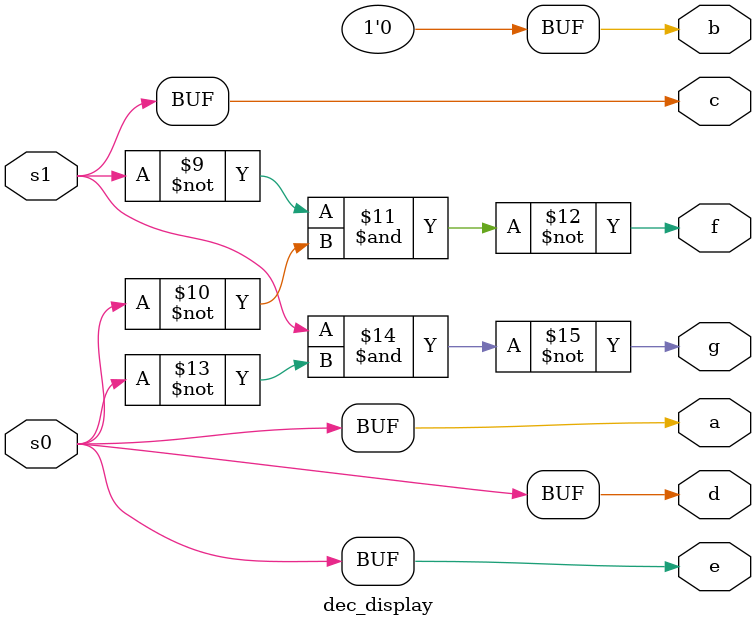
<source format=v>
module dec_display(s0, s1, a, b, c, d, e, f, g);
	input s0, s1;
	output a, b, c, d, e, f, g;
	
	assign a = ~(~s0);
	assign b = 0;
	assign c = ~(~s1);
	assign d = ~(~s0);
	assign e = ~(~s0);
	assign f = ~((~s1)&(~s0));
	assign g = ~(s1&(~s0));
	
endmodule
</source>
